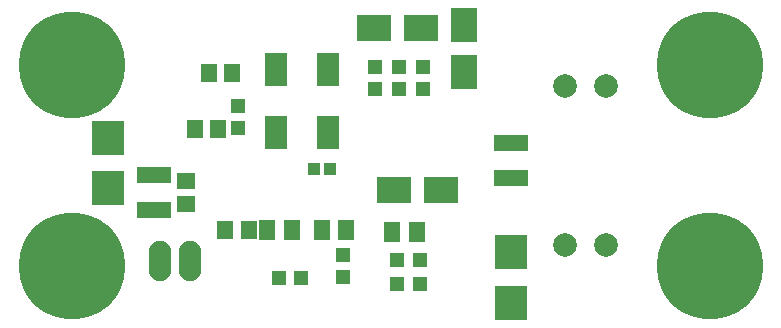
<source format=gts>
G04 #@! TF.FileFunction,Soldermask,Top*
%FSLAX46Y46*%
G04 Gerber Fmt 4.6, Leading zero omitted, Abs format (unit mm)*
G04 Created by KiCad (PCBNEW 4.0.7-e0-6372~58~ubuntu16.10.1) date Tue Oct  3 15:20:14 2017*
%MOMM*%
%LPD*%
G01*
G04 APERTURE LIST*
%ADD10C,0.100000*%
%ADD11R,2.200000X2.900000*%
%ADD12R,1.850000X0.850000*%
%ADD13R,2.700000X2.900000*%
%ADD14R,1.300000X1.300000*%
%ADD15C,9.000000*%
%ADD16C,1.100000*%
%ADD17C,2.000000*%
%ADD18R,1.400000X1.650000*%
%ADD19R,2.900000X1.400000*%
%ADD20R,1.650000X1.400000*%
%ADD21R,1.000000X1.100000*%
%ADD22R,2.900000X2.200000*%
%ADD23R,1.400000X1.700000*%
%ADD24O,1.910000X3.410000*%
G04 APERTURE END LIST*
D10*
D11*
X39200000Y-6600000D03*
X39200000Y-2600000D03*
D12*
X27700000Y-12675000D03*
X27700000Y-12025000D03*
X27700000Y-11375000D03*
X27700000Y-10725000D03*
X23300000Y-10725000D03*
X23300000Y-11375000D03*
X23300000Y-12025000D03*
X23300000Y-12675000D03*
X27700000Y-7375000D03*
X27700000Y-6725000D03*
X27700000Y-6075000D03*
X27700000Y-5425000D03*
X23300000Y-5425000D03*
X23300000Y-6075000D03*
X23300000Y-6725000D03*
X23300000Y-7375000D03*
D13*
X43200000Y-21850000D03*
X43200000Y-26150000D03*
X9100000Y-12150000D03*
X9100000Y-16450000D03*
D14*
X20100000Y-11350000D03*
X20100000Y-9450000D03*
X33700000Y-8050000D03*
X33700000Y-6150000D03*
X35700000Y-8050000D03*
X35700000Y-6150000D03*
X31700000Y-6150000D03*
X31700000Y-8050000D03*
X35450000Y-22500000D03*
X33550000Y-22500000D03*
X29000000Y-22050000D03*
X29000000Y-23950000D03*
X33550000Y-24500000D03*
X35450000Y-24500000D03*
X25450000Y-24000000D03*
X23550000Y-24000000D03*
D15*
X60000000Y-6000000D03*
D16*
X63225000Y-6000000D03*
X62280419Y-8280419D03*
X60000000Y-9225000D03*
X57719581Y-8280419D03*
X56775000Y-6000000D03*
X57719581Y-3719581D03*
X60000000Y-2775000D03*
X62280419Y-3719581D03*
D15*
X6000000Y-6000000D03*
D16*
X9225000Y-6000000D03*
X8280419Y-8280419D03*
X6000000Y-9225000D03*
X3719581Y-8280419D03*
X2775000Y-6000000D03*
X3719581Y-3719581D03*
X6000000Y-2775000D03*
X8280419Y-3719581D03*
D15*
X60000000Y-23000000D03*
D16*
X63225000Y-23000000D03*
X62280419Y-25280419D03*
X60000000Y-26225000D03*
X57719581Y-25280419D03*
X56775000Y-23000000D03*
X57719581Y-20719581D03*
X60000000Y-19775000D03*
X62280419Y-20719581D03*
D15*
X6000000Y-23000000D03*
D16*
X9225000Y-23000000D03*
X8280419Y-25280419D03*
X6000000Y-26225000D03*
X3719581Y-25280419D03*
X2775000Y-23000000D03*
X3719581Y-20719581D03*
X6000000Y-19775000D03*
X8280419Y-20719581D03*
D17*
X47800000Y-21235000D03*
X51200000Y-21235000D03*
X47800000Y-7765000D03*
X51200000Y-7765000D03*
D18*
X19000000Y-20000000D03*
X21000000Y-20000000D03*
D19*
X13000000Y-15300000D03*
X13000000Y-18300000D03*
X43200000Y-15600000D03*
X43200000Y-12600000D03*
D18*
X16400000Y-11400000D03*
X18400000Y-11400000D03*
D20*
X15700000Y-15800000D03*
X15700000Y-17800000D03*
D18*
X19600000Y-6700000D03*
X17600000Y-6700000D03*
D21*
X27900000Y-14800000D03*
X26500000Y-14800000D03*
D22*
X33300000Y-16600000D03*
X37300000Y-16600000D03*
X31600000Y-2900000D03*
X35600000Y-2900000D03*
D23*
X22550000Y-20000000D03*
X24650000Y-20000000D03*
X27150000Y-20000000D03*
X29250000Y-20000000D03*
X35250000Y-20100000D03*
X33150000Y-20100000D03*
D24*
X16000000Y-22600000D03*
X13460000Y-22600000D03*
M02*

</source>
